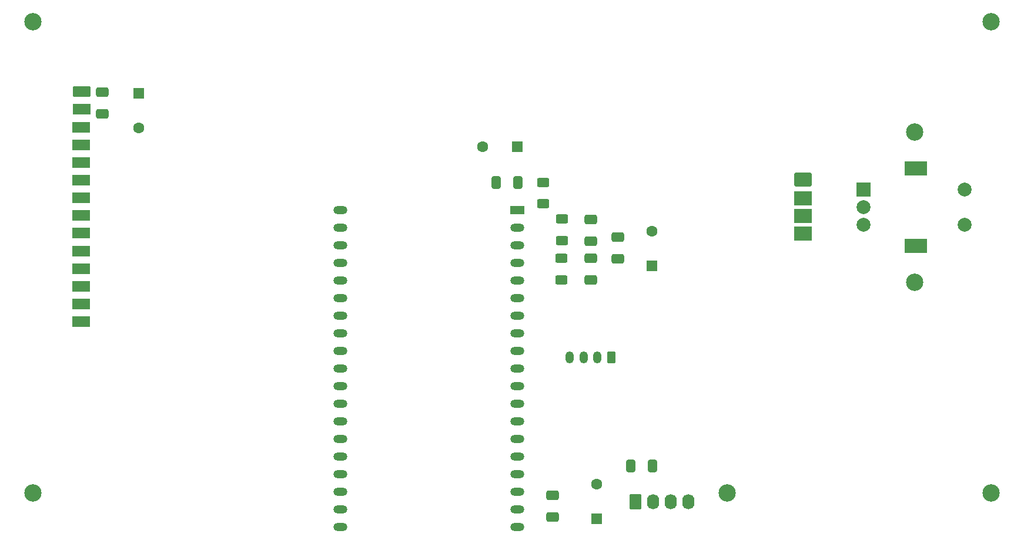
<source format=gbr>
%TF.GenerationSoftware,KiCad,Pcbnew,9.0.5*%
%TF.CreationDate,2025-10-20T17:55:58+02:00*%
%TF.ProjectId,yoradio-3,796f7261-6469-46f2-9d33-2e6b69636164,rev?*%
%TF.SameCoordinates,Original*%
%TF.FileFunction,Soldermask,Bot*%
%TF.FilePolarity,Negative*%
%FSLAX46Y46*%
G04 Gerber Fmt 4.6, Leading zero omitted, Abs format (unit mm)*
G04 Created by KiCad (PCBNEW 9.0.5) date 2025-10-20 17:55:58*
%MOMM*%
%LPD*%
G01*
G04 APERTURE LIST*
G04 Aperture macros list*
%AMRoundRect*
0 Rectangle with rounded corners*
0 $1 Rounding radius*
0 $2 $3 $4 $5 $6 $7 $8 $9 X,Y pos of 4 corners*
0 Add a 4 corners polygon primitive as box body*
4,1,4,$2,$3,$4,$5,$6,$7,$8,$9,$2,$3,0*
0 Add four circle primitives for the rounded corners*
1,1,$1+$1,$2,$3*
1,1,$1+$1,$4,$5*
1,1,$1+$1,$6,$7*
1,1,$1+$1,$8,$9*
0 Add four rect primitives between the rounded corners*
20,1,$1+$1,$2,$3,$4,$5,0*
20,1,$1+$1,$4,$5,$6,$7,0*
20,1,$1+$1,$6,$7,$8,$9,0*
20,1,$1+$1,$8,$9,$2,$3,0*%
G04 Aperture macros list end*
%ADD10C,2.500000*%
%ADD11RoundRect,0.170455X1.129545X-0.579545X1.129545X0.579545X-1.129545X0.579545X-1.129545X-0.579545X0*%
%ADD12R,2.500000X1.500000*%
%ADD13RoundRect,0.217391X1.032609X-0.782609X1.032609X0.782609X-1.032609X0.782609X-1.032609X-0.782609X0*%
%ADD14R,2.500000X2.000000*%
%ADD15R,2.000000X2.000000*%
%ADD16C,2.000000*%
%ADD17R,3.200000X2.000000*%
%ADD18RoundRect,0.250000X0.412500X0.650000X-0.412500X0.650000X-0.412500X-0.650000X0.412500X-0.650000X0*%
%ADD19RoundRect,0.250000X-0.625000X0.400000X-0.625000X-0.400000X0.625000X-0.400000X0.625000X0.400000X0*%
%ADD20RoundRect,0.250000X-0.650000X0.412500X-0.650000X-0.412500X0.650000X-0.412500X0.650000X0.412500X0*%
%ADD21R,2.000000X1.200000*%
%ADD22O,2.000000X1.200000*%
%ADD23R,1.600000X1.600000*%
%ADD24C,1.600000*%
%ADD25RoundRect,0.250000X0.650000X-0.412500X0.650000X0.412500X-0.650000X0.412500X-0.650000X-0.412500X0*%
%ADD26RoundRect,0.250000X0.350000X0.625000X-0.350000X0.625000X-0.350000X-0.625000X0.350000X-0.625000X0*%
%ADD27O,1.200000X1.750000*%
%ADD28RoundRect,0.250000X0.625000X-0.400000X0.625000X0.400000X-0.625000X0.400000X-0.625000X-0.400000X0*%
%ADD29RoundRect,0.250000X-0.620000X-0.845000X0.620000X-0.845000X0.620000X0.845000X-0.620000X0.845000X0*%
%ADD30O,1.740000X2.190000*%
G04 APERTURE END LIST*
D10*
%TO.C,H7*%
X214000000Y-70950000D03*
%TD*%
%TO.C,H6*%
X225000000Y-55000000D03*
%TD*%
D11*
%TO.C,M1*%
X94000000Y-65100000D03*
D12*
X94000000Y-67650000D03*
X93950000Y-70200000D03*
X93950000Y-72750000D03*
X93950000Y-75300000D03*
X93950000Y-77850000D03*
X93950000Y-80400000D03*
X93950000Y-82950000D03*
X93950000Y-85500000D03*
X93900000Y-88100000D03*
X93900000Y-90600000D03*
X93900000Y-93150000D03*
X93900000Y-95700000D03*
X93900000Y-98250000D03*
D13*
X197850000Y-77750000D03*
D14*
X197850000Y-80450000D03*
X197850000Y-83050000D03*
X197850000Y-85550000D03*
%TD*%
D10*
%TO.C,H4*%
X214000000Y-92550000D03*
%TD*%
%TO.C,H5*%
X225000000Y-123000000D03*
%TD*%
%TO.C,H1*%
X87000000Y-123000000D03*
%TD*%
%TO.C,H3*%
X187000000Y-123000000D03*
%TD*%
%TO.C,H2*%
X87000000Y-55000000D03*
%TD*%
D15*
%TO.C,SW1*%
X206650000Y-79250000D03*
D16*
X206650000Y-84250000D03*
X206650000Y-81750000D03*
D17*
X214150000Y-76150000D03*
X214150000Y-87350000D03*
D16*
X221150000Y-84250000D03*
X221150000Y-79250000D03*
%TD*%
D18*
%TO.C,C8*%
X156842500Y-78160000D03*
X153717500Y-78160000D03*
%TD*%
D19*
%TO.C,R1*%
X160500000Y-78160000D03*
X160500000Y-81260000D03*
%TD*%
D20*
%TO.C,C5*%
X96950000Y-65137500D03*
X96950000Y-68262500D03*
%TD*%
D18*
%TO.C,C10*%
X176182500Y-119130000D03*
X173057500Y-119130000D03*
%TD*%
D21*
%TO.C,U1*%
X156750000Y-82160000D03*
D22*
X156750000Y-84700000D03*
X156750000Y-87240000D03*
X156750000Y-89780000D03*
X156750000Y-92320000D03*
X156750000Y-94860000D03*
X156750000Y-97400000D03*
X156750000Y-99940000D03*
X156750000Y-102480000D03*
X156750000Y-105020000D03*
X156750000Y-107560000D03*
X156750000Y-110100000D03*
X156750000Y-112640000D03*
X156750000Y-115180000D03*
X156750000Y-117720000D03*
X156750000Y-120260000D03*
X156750000Y-122800000D03*
X156750000Y-125340000D03*
X156750000Y-127880000D03*
X131250000Y-127877280D03*
X131250000Y-125337280D03*
X131250000Y-122800000D03*
X131250000Y-120260000D03*
X131250000Y-117720000D03*
X131250000Y-115180000D03*
X131250000Y-112640000D03*
X131250000Y-110100000D03*
X131250000Y-107560000D03*
X131250000Y-105020000D03*
X131250000Y-102480000D03*
X131250000Y-99940000D03*
X131250000Y-97400000D03*
X131250000Y-94860000D03*
X131250000Y-92360000D03*
X131250000Y-89760000D03*
X131250000Y-87240000D03*
X131250000Y-84700000D03*
X131250000Y-82160000D03*
%TD*%
D23*
%TO.C,C6*%
X168200000Y-126700000D03*
D24*
X168200000Y-121700000D03*
%TD*%
D19*
%TO.C,R3*%
X163100000Y-89150000D03*
X163100000Y-92250000D03*
%TD*%
D23*
%TO.C,C2*%
X156760139Y-73030000D03*
D24*
X151760139Y-73030000D03*
%TD*%
D25*
%TO.C,C4*%
X167300000Y-92262500D03*
X167300000Y-89137500D03*
%TD*%
D26*
%TO.C,J2*%
X170300000Y-103400000D03*
D27*
X168300000Y-103400000D03*
X166300000Y-103400000D03*
X164300000Y-103400000D03*
%TD*%
D25*
%TO.C,C1*%
X171200000Y-89162500D03*
X171200000Y-86037500D03*
%TD*%
%TO.C,C7*%
X161800000Y-126462500D03*
X161800000Y-123337500D03*
%TD*%
D28*
%TO.C,R2*%
X163200000Y-86550000D03*
X163200000Y-83450000D03*
%TD*%
D20*
%TO.C,C3*%
X167300000Y-83537500D03*
X167300000Y-86662500D03*
%TD*%
D23*
%TO.C,C11*%
X102230000Y-65349862D03*
D24*
X102230000Y-70349862D03*
%TD*%
D23*
%TO.C,C9*%
X176150000Y-90220139D03*
D24*
X176150000Y-85220139D03*
%TD*%
D29*
%TO.C,J1*%
X173740000Y-124280000D03*
D30*
X176280000Y-124280000D03*
X178820000Y-124280000D03*
X181360000Y-124280000D03*
%TD*%
M02*

</source>
